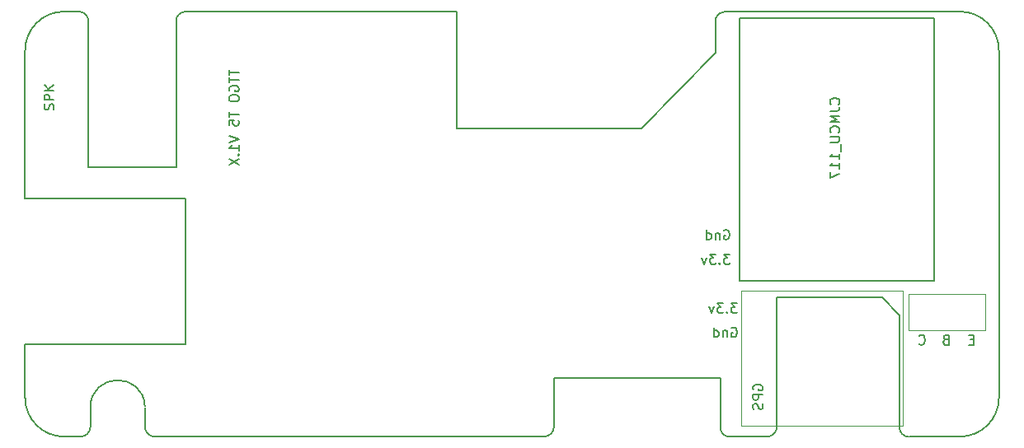
<source format=gbo>
%TF.GenerationSoftware,KiCad,Pcbnew,(5.0.0)*%
%TF.CreationDate,2019-07-02T00:18:45+02:00*%
%TF.ProjectId,Gnu vario V1.9,476E7520766172696F2056312E392E6B,V 1.4*%
%TF.SameCoordinates,Original*%
%TF.FileFunction,Legend,Bot*%
%TF.FilePolarity,Positive*%
%FSLAX46Y46*%
G04 Gerber Fmt 4.6, Leading zero omitted, Abs format (unit mm)*
G04 Created by KiCad (PCBNEW (5.0.0)) date 07/02/19 00:18:45*
%MOMM*%
%LPD*%
G01*
G04 APERTURE LIST*
%ADD10C,0.150000*%
%ADD11C,0.100000*%
%ADD12C,0.200000*%
G04 APERTURE END LIST*
D10*
X162700000Y-95300000D02*
X173500000Y-95300000D01*
X162700000Y-108600000D02*
G75*
G02X161700000Y-109600000I-1000000J0D01*
G01*
X176200000Y-109600000D02*
G75*
G02X175300000Y-108700000I0J900000D01*
G01*
X175300000Y-97100000D02*
X175300000Y-108800000D01*
X173500000Y-95300000D02*
X175300000Y-97100000D01*
X162700000Y-95300000D02*
X162700000Y-108600000D01*
X157800000Y-109600000D02*
G75*
G02X156900000Y-108700000I0J900000D01*
G01*
X85500000Y-69900000D02*
X85500000Y-85100000D01*
X102000000Y-100100000D02*
X85500000Y-100100000D01*
X102000000Y-85100000D02*
X102000000Y-100100000D01*
X101000000Y-85100000D02*
X102000000Y-85100000D01*
X101000000Y-85100000D02*
X85500000Y-85100000D01*
X148800000Y-77900000D02*
X156400000Y-70100000D01*
X129800000Y-77900000D02*
X148800000Y-77900000D01*
X129800000Y-65900000D02*
X129800000Y-77900000D01*
X157800000Y-109600000D02*
X161700000Y-109600000D01*
X175700000Y-65900000D02*
X162400000Y-65900000D01*
X162400000Y-65900000D02*
X157400000Y-65900000D01*
X156402857Y-66600886D02*
G75*
G02X157400000Y-65900000I952331J-295115D01*
G01*
X156400000Y-66600000D02*
X156400000Y-70100000D01*
X98800000Y-109600000D02*
G75*
G02X97800000Y-108600000I0J1000000D01*
G01*
X92198215Y-108600000D02*
G75*
G02X91198215Y-109600000I-1000000J0D01*
G01*
X92198215Y-106600000D02*
G75*
G02X97800000Y-106500000I2801785J0D01*
G01*
X97800000Y-108600000D02*
X97800000Y-106600000D01*
X92198215Y-108600000D02*
X92198215Y-106600000D01*
X139800000Y-108600000D02*
G75*
G02X138800000Y-109600000I-1000000J0D01*
G01*
X101000000Y-66900000D02*
G75*
G02X102000000Y-65900000I1000000J0D01*
G01*
X91000000Y-65900000D02*
G75*
G02X92000000Y-66900000I0J-1000000D01*
G01*
X85500000Y-69900000D02*
G75*
G02X89500000Y-65900000I4000000J0D01*
G01*
X89500000Y-109600000D02*
G75*
G02X85500000Y-105600000I0J4000000D01*
G01*
X185500000Y-105600000D02*
G75*
G02X181500000Y-109600000I-4000000J0D01*
G01*
X181500000Y-65900000D02*
G75*
G02X185500000Y-69900000I0J-4000000D01*
G01*
X156900000Y-103600000D02*
X139800000Y-103600000D01*
X139800000Y-103600000D02*
X139800000Y-108600000D01*
X156900000Y-108700000D02*
X156900000Y-103600000D01*
X138800000Y-109600000D02*
X98800000Y-109600000D01*
X181500000Y-109600000D02*
X176300000Y-109600000D01*
X185500000Y-69900000D02*
X185500000Y-105600000D01*
X175700000Y-65900000D02*
X181500000Y-65900000D01*
X102000000Y-65900000D02*
X129800000Y-65900000D01*
X101000000Y-81900000D02*
X101000000Y-66900000D01*
X92000000Y-81900000D02*
X101000000Y-81900000D01*
X92000000Y-66900000D02*
X92000000Y-81900000D01*
X89500000Y-65900000D02*
X91000000Y-65900000D01*
X85500000Y-105600000D02*
X85500000Y-100100000D01*
X91200000Y-109600000D02*
X89500000Y-109600000D01*
D11*
X159000000Y-108520000D02*
X159000000Y-94620000D01*
X175600000Y-108520000D02*
X159000000Y-108520000D01*
X175600000Y-94620000D02*
X175600000Y-108520000D01*
X159000000Y-94620000D02*
X175600000Y-94620000D01*
X184100000Y-98700000D02*
X176200000Y-98700000D01*
X184100000Y-94900000D02*
X184100000Y-98700000D01*
X176200000Y-94900000D02*
X176200000Y-98700000D01*
X184100000Y-94900000D02*
X176200000Y-94900000D01*
D12*
X158840000Y-66600000D02*
X158840000Y-93600000D01*
X178840000Y-66600000D02*
X158840000Y-66600000D01*
X158840000Y-93600000D02*
X178840000Y-93600000D01*
X178840000Y-93600000D02*
X178840000Y-66600000D01*
D10*
X88404761Y-75985714D02*
X88452380Y-75842857D01*
X88452380Y-75604761D01*
X88404761Y-75509523D01*
X88357142Y-75461904D01*
X88261904Y-75414285D01*
X88166666Y-75414285D01*
X88071428Y-75461904D01*
X88023809Y-75509523D01*
X87976190Y-75604761D01*
X87928571Y-75795238D01*
X87880952Y-75890476D01*
X87833333Y-75938095D01*
X87738095Y-75985714D01*
X87642857Y-75985714D01*
X87547619Y-75938095D01*
X87500000Y-75890476D01*
X87452380Y-75795238D01*
X87452380Y-75557142D01*
X87500000Y-75414285D01*
X88452380Y-74985714D02*
X87452380Y-74985714D01*
X87452380Y-74604761D01*
X87500000Y-74509523D01*
X87547619Y-74461904D01*
X87642857Y-74414285D01*
X87785714Y-74414285D01*
X87880952Y-74461904D01*
X87928571Y-74509523D01*
X87976190Y-74604761D01*
X87976190Y-74985714D01*
X88452380Y-73985714D02*
X87452380Y-73985714D01*
X88452380Y-73414285D02*
X87880952Y-73842857D01*
X87452380Y-73414285D02*
X88023809Y-73985714D01*
X106452380Y-71871428D02*
X106452380Y-72442857D01*
X107452380Y-72157142D02*
X106452380Y-72157142D01*
X106452380Y-72633333D02*
X106452380Y-73204761D01*
X107452380Y-72919047D02*
X106452380Y-72919047D01*
X106500000Y-74061904D02*
X106452380Y-73966666D01*
X106452380Y-73823809D01*
X106500000Y-73680952D01*
X106595238Y-73585714D01*
X106690476Y-73538095D01*
X106880952Y-73490476D01*
X107023809Y-73490476D01*
X107214285Y-73538095D01*
X107309523Y-73585714D01*
X107404761Y-73680952D01*
X107452380Y-73823809D01*
X107452380Y-73919047D01*
X107404761Y-74061904D01*
X107357142Y-74109523D01*
X107023809Y-74109523D01*
X107023809Y-73919047D01*
X106452380Y-74728571D02*
X106452380Y-74919047D01*
X106500000Y-75014285D01*
X106595238Y-75109523D01*
X106785714Y-75157142D01*
X107119047Y-75157142D01*
X107309523Y-75109523D01*
X107404761Y-75014285D01*
X107452380Y-74919047D01*
X107452380Y-74728571D01*
X107404761Y-74633333D01*
X107309523Y-74538095D01*
X107119047Y-74490476D01*
X106785714Y-74490476D01*
X106595238Y-74538095D01*
X106500000Y-74633333D01*
X106452380Y-74728571D01*
X106452380Y-76204761D02*
X106452380Y-76776190D01*
X107452380Y-76490476D02*
X106452380Y-76490476D01*
X106452380Y-77585714D02*
X106452380Y-77109523D01*
X106928571Y-77061904D01*
X106880952Y-77109523D01*
X106833333Y-77204761D01*
X106833333Y-77442857D01*
X106880952Y-77538095D01*
X106928571Y-77585714D01*
X107023809Y-77633333D01*
X107261904Y-77633333D01*
X107357142Y-77585714D01*
X107404761Y-77538095D01*
X107452380Y-77442857D01*
X107452380Y-77204761D01*
X107404761Y-77109523D01*
X107357142Y-77061904D01*
X106452380Y-78680952D02*
X107452380Y-79014285D01*
X106452380Y-79347619D01*
X107452380Y-80204761D02*
X107452380Y-79633333D01*
X107452380Y-79919047D02*
X106452380Y-79919047D01*
X106595238Y-79823809D01*
X106690476Y-79728571D01*
X106738095Y-79633333D01*
X107357142Y-80633333D02*
X107404761Y-80680952D01*
X107452380Y-80633333D01*
X107404761Y-80585714D01*
X107357142Y-80633333D01*
X107452380Y-80633333D01*
X106452380Y-81014285D02*
X107452380Y-81680952D01*
X106452380Y-81680952D02*
X107452380Y-81014285D01*
X160300000Y-104785714D02*
X160252380Y-104690476D01*
X160252380Y-104547619D01*
X160300000Y-104404761D01*
X160395238Y-104309523D01*
X160490476Y-104261904D01*
X160680952Y-104214285D01*
X160823809Y-104214285D01*
X161014285Y-104261904D01*
X161109523Y-104309523D01*
X161204761Y-104404761D01*
X161252380Y-104547619D01*
X161252380Y-104642857D01*
X161204761Y-104785714D01*
X161157142Y-104833333D01*
X160823809Y-104833333D01*
X160823809Y-104642857D01*
X161252380Y-105261904D02*
X160252380Y-105261904D01*
X160252380Y-105642857D01*
X160300000Y-105738095D01*
X160347619Y-105785714D01*
X160442857Y-105833333D01*
X160585714Y-105833333D01*
X160680952Y-105785714D01*
X160728571Y-105738095D01*
X160776190Y-105642857D01*
X160776190Y-105261904D01*
X161204761Y-106214285D02*
X161252380Y-106357142D01*
X161252380Y-106595238D01*
X161204761Y-106690476D01*
X161157142Y-106738095D01*
X161061904Y-106785714D01*
X160966666Y-106785714D01*
X160871428Y-106738095D01*
X160823809Y-106690476D01*
X160776190Y-106595238D01*
X160728571Y-106404761D01*
X160680952Y-106309523D01*
X160633333Y-106261904D01*
X160538095Y-106214285D01*
X160442857Y-106214285D01*
X160347619Y-106261904D01*
X160300000Y-106309523D01*
X160252380Y-106404761D01*
X160252380Y-106642857D01*
X160300000Y-106785714D01*
X158042857Y-98420000D02*
X158138095Y-98372380D01*
X158280952Y-98372380D01*
X158423809Y-98420000D01*
X158519047Y-98515238D01*
X158566666Y-98610476D01*
X158614285Y-98800952D01*
X158614285Y-98943809D01*
X158566666Y-99134285D01*
X158519047Y-99229523D01*
X158423809Y-99324761D01*
X158280952Y-99372380D01*
X158185714Y-99372380D01*
X158042857Y-99324761D01*
X157995238Y-99277142D01*
X157995238Y-98943809D01*
X158185714Y-98943809D01*
X157566666Y-98705714D02*
X157566666Y-99372380D01*
X157566666Y-98800952D02*
X157519047Y-98753333D01*
X157423809Y-98705714D01*
X157280952Y-98705714D01*
X157185714Y-98753333D01*
X157138095Y-98848571D01*
X157138095Y-99372380D01*
X156233333Y-99372380D02*
X156233333Y-98372380D01*
X156233333Y-99324761D02*
X156328571Y-99372380D01*
X156519047Y-99372380D01*
X156614285Y-99324761D01*
X156661904Y-99277142D01*
X156709523Y-99181904D01*
X156709523Y-98896190D01*
X156661904Y-98800952D01*
X156614285Y-98753333D01*
X156519047Y-98705714D01*
X156328571Y-98705714D01*
X156233333Y-98753333D01*
X158628571Y-95872380D02*
X158009523Y-95872380D01*
X158342857Y-96253333D01*
X158200000Y-96253333D01*
X158104761Y-96300952D01*
X158057142Y-96348571D01*
X158009523Y-96443809D01*
X158009523Y-96681904D01*
X158057142Y-96777142D01*
X158104761Y-96824761D01*
X158200000Y-96872380D01*
X158485714Y-96872380D01*
X158580952Y-96824761D01*
X158628571Y-96777142D01*
X157580952Y-96777142D02*
X157533333Y-96824761D01*
X157580952Y-96872380D01*
X157628571Y-96824761D01*
X157580952Y-96777142D01*
X157580952Y-96872380D01*
X157200000Y-95872380D02*
X156580952Y-95872380D01*
X156914285Y-96253333D01*
X156771428Y-96253333D01*
X156676190Y-96300952D01*
X156628571Y-96348571D01*
X156580952Y-96443809D01*
X156580952Y-96681904D01*
X156628571Y-96777142D01*
X156676190Y-96824761D01*
X156771428Y-96872380D01*
X157057142Y-96872380D01*
X157152380Y-96824761D01*
X157200000Y-96777142D01*
X156247619Y-96205714D02*
X156009523Y-96872380D01*
X155771428Y-96205714D01*
X182914285Y-99628571D02*
X182580952Y-99628571D01*
X182438095Y-100152380D02*
X182914285Y-100152380D01*
X182914285Y-99152380D01*
X182438095Y-99152380D01*
X180028571Y-99628571D02*
X179885714Y-99676190D01*
X179838095Y-99723809D01*
X179790476Y-99819047D01*
X179790476Y-99961904D01*
X179838095Y-100057142D01*
X179885714Y-100104761D01*
X179980952Y-100152380D01*
X180361904Y-100152380D01*
X180361904Y-99152380D01*
X180028571Y-99152380D01*
X179933333Y-99200000D01*
X179885714Y-99247619D01*
X179838095Y-99342857D01*
X179838095Y-99438095D01*
X179885714Y-99533333D01*
X179933333Y-99580952D01*
X180028571Y-99628571D01*
X180361904Y-99628571D01*
X177290476Y-100057142D02*
X177338095Y-100104761D01*
X177480952Y-100152380D01*
X177576190Y-100152380D01*
X177719047Y-100104761D01*
X177814285Y-100009523D01*
X177861904Y-99914285D01*
X177909523Y-99723809D01*
X177909523Y-99580952D01*
X177861904Y-99390476D01*
X177814285Y-99295238D01*
X177719047Y-99200000D01*
X177576190Y-99152380D01*
X177480952Y-99152380D01*
X177338095Y-99200000D01*
X177290476Y-99247619D01*
X169057142Y-75423809D02*
X169104761Y-75376190D01*
X169152380Y-75233333D01*
X169152380Y-75138095D01*
X169104761Y-74995238D01*
X169009523Y-74900000D01*
X168914285Y-74852380D01*
X168723809Y-74804761D01*
X168580952Y-74804761D01*
X168390476Y-74852380D01*
X168295238Y-74900000D01*
X168200000Y-74995238D01*
X168152380Y-75138095D01*
X168152380Y-75233333D01*
X168200000Y-75376190D01*
X168247619Y-75423809D01*
X168152380Y-76138095D02*
X168866666Y-76138095D01*
X169009523Y-76090476D01*
X169104761Y-75995238D01*
X169152380Y-75852380D01*
X169152380Y-75757142D01*
X169152380Y-76614285D02*
X168152380Y-76614285D01*
X168866666Y-76947619D01*
X168152380Y-77280952D01*
X169152380Y-77280952D01*
X169057142Y-78328571D02*
X169104761Y-78280952D01*
X169152380Y-78138095D01*
X169152380Y-78042857D01*
X169104761Y-77900000D01*
X169009523Y-77804761D01*
X168914285Y-77757142D01*
X168723809Y-77709523D01*
X168580952Y-77709523D01*
X168390476Y-77757142D01*
X168295238Y-77804761D01*
X168200000Y-77900000D01*
X168152380Y-78042857D01*
X168152380Y-78138095D01*
X168200000Y-78280952D01*
X168247619Y-78328571D01*
X168152380Y-78757142D02*
X168961904Y-78757142D01*
X169057142Y-78804761D01*
X169104761Y-78852380D01*
X169152380Y-78947619D01*
X169152380Y-79138095D01*
X169104761Y-79233333D01*
X169057142Y-79280952D01*
X168961904Y-79328571D01*
X168152380Y-79328571D01*
X169247619Y-79566666D02*
X169247619Y-80328571D01*
X169152380Y-81090476D02*
X169152380Y-80519047D01*
X169152380Y-80804761D02*
X168152380Y-80804761D01*
X168295238Y-80709523D01*
X168390476Y-80614285D01*
X168438095Y-80519047D01*
X169152380Y-82042857D02*
X169152380Y-81471428D01*
X169152380Y-81757142D02*
X168152380Y-81757142D01*
X168295238Y-81661904D01*
X168390476Y-81566666D01*
X168438095Y-81471428D01*
X168152380Y-82376190D02*
X168152380Y-83042857D01*
X169152380Y-82614285D01*
X157868571Y-90852380D02*
X157249523Y-90852380D01*
X157582857Y-91233333D01*
X157440000Y-91233333D01*
X157344761Y-91280952D01*
X157297142Y-91328571D01*
X157249523Y-91423809D01*
X157249523Y-91661904D01*
X157297142Y-91757142D01*
X157344761Y-91804761D01*
X157440000Y-91852380D01*
X157725714Y-91852380D01*
X157820952Y-91804761D01*
X157868571Y-91757142D01*
X156820952Y-91757142D02*
X156773333Y-91804761D01*
X156820952Y-91852380D01*
X156868571Y-91804761D01*
X156820952Y-91757142D01*
X156820952Y-91852380D01*
X156440000Y-90852380D02*
X155820952Y-90852380D01*
X156154285Y-91233333D01*
X156011428Y-91233333D01*
X155916190Y-91280952D01*
X155868571Y-91328571D01*
X155820952Y-91423809D01*
X155820952Y-91661904D01*
X155868571Y-91757142D01*
X155916190Y-91804761D01*
X156011428Y-91852380D01*
X156297142Y-91852380D01*
X156392380Y-91804761D01*
X156440000Y-91757142D01*
X155487619Y-91185714D02*
X155249523Y-91852380D01*
X155011428Y-91185714D01*
X157282857Y-88400000D02*
X157378095Y-88352380D01*
X157520952Y-88352380D01*
X157663809Y-88400000D01*
X157759047Y-88495238D01*
X157806666Y-88590476D01*
X157854285Y-88780952D01*
X157854285Y-88923809D01*
X157806666Y-89114285D01*
X157759047Y-89209523D01*
X157663809Y-89304761D01*
X157520952Y-89352380D01*
X157425714Y-89352380D01*
X157282857Y-89304761D01*
X157235238Y-89257142D01*
X157235238Y-88923809D01*
X157425714Y-88923809D01*
X156806666Y-88685714D02*
X156806666Y-89352380D01*
X156806666Y-88780952D02*
X156759047Y-88733333D01*
X156663809Y-88685714D01*
X156520952Y-88685714D01*
X156425714Y-88733333D01*
X156378095Y-88828571D01*
X156378095Y-89352380D01*
X155473333Y-89352380D02*
X155473333Y-88352380D01*
X155473333Y-89304761D02*
X155568571Y-89352380D01*
X155759047Y-89352380D01*
X155854285Y-89304761D01*
X155901904Y-89257142D01*
X155949523Y-89161904D01*
X155949523Y-88876190D01*
X155901904Y-88780952D01*
X155854285Y-88733333D01*
X155759047Y-88685714D01*
X155568571Y-88685714D01*
X155473333Y-88733333D01*
M02*

</source>
